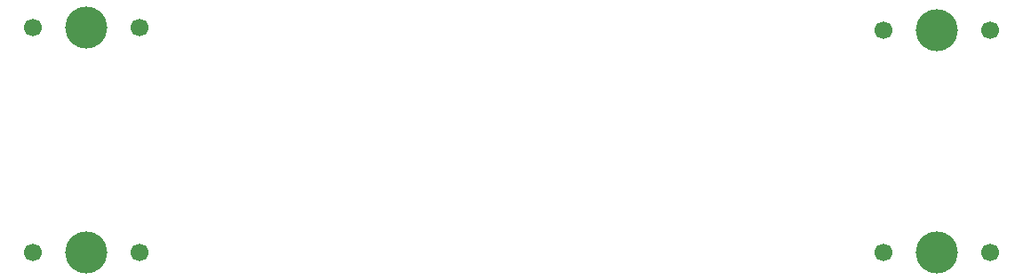
<source format=gbr>
%TF.GenerationSoftware,KiCad,Pcbnew,9.0.6*%
%TF.CreationDate,2025-12-07T01:04:57-05:00*%
%TF.ProjectId,Kigan's Lifeboard,4b696761-6e27-4732-904c-696665626f61,rev?*%
%TF.SameCoordinates,Original*%
%TF.FileFunction,NonPlated,1,2,NPTH,Drill*%
%TF.FilePolarity,Positive*%
%FSLAX46Y46*%
G04 Gerber Fmt 4.6, Leading zero omitted, Abs format (unit mm)*
G04 Created by KiCad (PCBNEW 9.0.6) date 2025-12-07 01:04:57*
%MOMM*%
%LPD*%
G01*
G04 APERTURE LIST*
%TA.AperFunction,ComponentDrill*%
%ADD10C,1.700000*%
%TD*%
%TA.AperFunction,ComponentDrill*%
%ADD11C,4.000000*%
%TD*%
G04 APERTURE END LIST*
D10*
%TO.C,SW3*%
X103379250Y-87504250D03*
%TO.C,SW1*%
X103379250Y-108935500D03*
%TO.C,SW3*%
X113539250Y-87504250D03*
%TO.C,SW1*%
X113539250Y-108935500D03*
%TO.C,SW4*%
X184341750Y-87788000D03*
%TO.C,SW2*%
X184341750Y-108935500D03*
%TO.C,SW4*%
X194501750Y-87788000D03*
%TO.C,SW2*%
X194501750Y-108935500D03*
D11*
%TO.C,SW3*%
X108459250Y-87504250D03*
%TO.C,SW1*%
X108459250Y-108935500D03*
%TO.C,SW4*%
X189421750Y-87788000D03*
%TO.C,SW2*%
X189421750Y-108935500D03*
M02*

</source>
